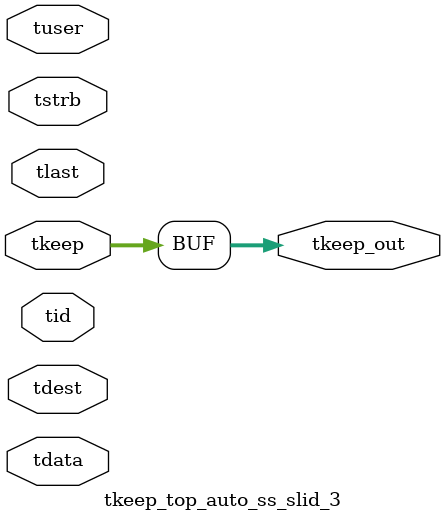
<source format=v>


`timescale 1ps/1ps

module tkeep_top_auto_ss_slid_3 #
(
parameter C_S_AXIS_TDATA_WIDTH = 32,
parameter C_S_AXIS_TUSER_WIDTH = 0,
parameter C_S_AXIS_TID_WIDTH   = 0,
parameter C_S_AXIS_TDEST_WIDTH = 0,
parameter C_M_AXIS_TDATA_WIDTH = 32
)
(
input  [(C_S_AXIS_TDATA_WIDTH == 0 ? 1 : C_S_AXIS_TDATA_WIDTH)-1:0     ] tdata,
input  [(C_S_AXIS_TUSER_WIDTH == 0 ? 1 : C_S_AXIS_TUSER_WIDTH)-1:0     ] tuser,
input  [(C_S_AXIS_TID_WIDTH   == 0 ? 1 : C_S_AXIS_TID_WIDTH)-1:0       ] tid,
input  [(C_S_AXIS_TDEST_WIDTH == 0 ? 1 : C_S_AXIS_TDEST_WIDTH)-1:0     ] tdest,
input  [(C_S_AXIS_TDATA_WIDTH/8)-1:0 ] tkeep,
input  [(C_S_AXIS_TDATA_WIDTH/8)-1:0 ] tstrb,
input                                                                    tlast,
output [(C_M_AXIS_TDATA_WIDTH/8)-1:0 ] tkeep_out
);

assign tkeep_out = {tkeep[3:0]};

endmodule


</source>
